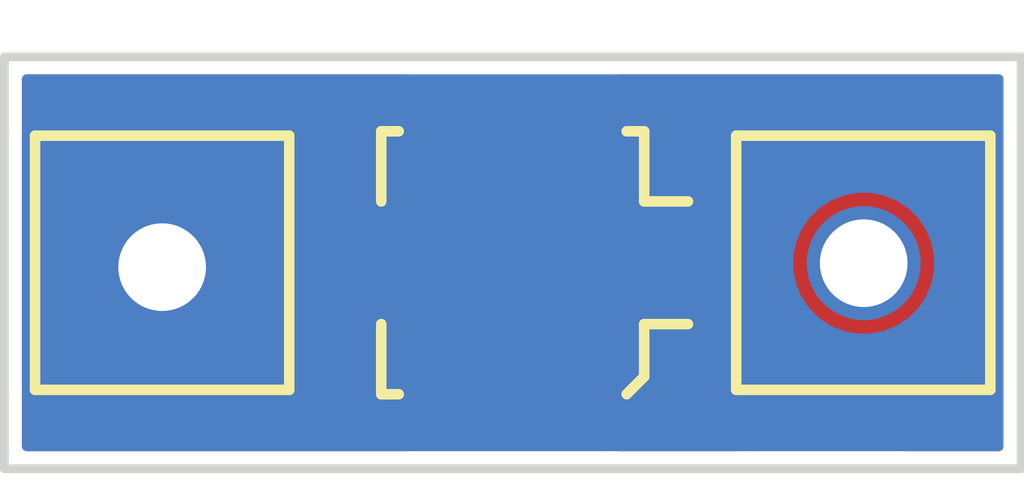
<source format=kicad_pcb>
(kicad_pcb (version 20171130) (host pcbnew "(5.1.5-0-10_14)")

  (general
    (thickness 1.6)
    (drawings 4)
    (tracks 9)
    (zones 0)
    (modules 4)
    (nets 4)
  )

  (page A4)
  (layers
    (0 F.Cu signal)
    (31 B.Cu signal)
    (32 B.Adhes user)
    (33 F.Adhes user)
    (34 B.Paste user)
    (35 F.Paste user)
    (36 B.SilkS user)
    (37 F.SilkS user)
    (38 B.Mask user)
    (39 F.Mask user)
    (40 Dwgs.User user)
    (41 Cmts.User user)
    (42 Eco1.User user)
    (43 Eco2.User user)
    (44 Edge.Cuts user)
    (45 Margin user)
    (46 B.CrtYd user)
    (47 F.CrtYd user)
    (48 B.Fab user hide)
    (49 F.Fab user hide)
  )

  (setup
    (last_trace_width 0.1524)
    (trace_clearance 0.1524)
    (zone_clearance 0.102)
    (zone_45_only no)
    (trace_min 0.1524)
    (via_size 0.65)
    (via_drill 0.3)
    (via_min_size 0.65)
    (via_min_drill 0.3)
    (uvia_size 0.3)
    (uvia_drill 0.1)
    (uvias_allowed no)
    (uvia_min_size 0.2)
    (uvia_min_drill 0.1)
    (edge_width 0.05)
    (segment_width 0.2)
    (pcb_text_width 0.3)
    (pcb_text_size 1.5 1.5)
    (mod_edge_width 0.12)
    (mod_text_size 1 1)
    (mod_text_width 0.15)
    (pad_size 1.524 1.524)
    (pad_drill 0.762)
    (pad_to_mask_clearance 0.051)
    (solder_mask_min_width 0.25)
    (aux_axis_origin 0 0)
    (visible_elements FFFFFF7F)
    (pcbplotparams
      (layerselection 0x010cc_ffffffff)
      (usegerberextensions false)
      (usegerberattributes false)
      (usegerberadvancedattributes false)
      (creategerberjobfile false)
      (excludeedgelayer true)
      (linewidth 0.100000)
      (plotframeref false)
      (viasonmask false)
      (mode 1)
      (useauxorigin false)
      (hpglpennumber 1)
      (hpglpenspeed 20)
      (hpglpendiameter 15.000000)
      (psnegative false)
      (psa4output false)
      (plotreference true)
      (plotvalue true)
      (plotinvisibletext false)
      (padsonsilk false)
      (subtractmaskfromsilk false)
      (outputformat 1)
      (mirror false)
      (drillshape 0)
      (scaleselection 1)
      (outputdirectory "Gerbers/"))
  )

  (net 0 "")
  (net 1 GND)
  (net 2 "Net-(J1-Pad1)")
  (net 3 /SENSE)

  (net_class Default "This is the default net class."
    (clearance 0.1524)
    (trace_width 0.1524)
    (via_dia 0.65)
    (via_drill 0.3)
    (uvia_dia 0.3)
    (uvia_drill 0.1)
    (add_net /SENSE)
    (add_net GND)
    (add_net "Net-(J1-Pad1)")
  )

  (module Connector_Coaxial:U.FL_Molex_MCRF_73412-0110_Vertical (layer F.Cu) (tedit 5A1B5B59) (tstamp 5F1D3A42)
    (at 138 75.55 90)
    (descr "Molex Microcoaxial RF Connectors (MCRF), mates Hirose U.FL, (http://www.molex.com/pdm_docs/sd/734120110_sd.pdf)")
    (tags "mcrf hirose ufl u.fl microcoaxial")
    (path /5F1CDFA5)
    (attr smd)
    (fp_text reference J1 (at 0 3.5 90) (layer F.SilkS) hide
      (effects (font (size 1 1) (thickness 0.15)))
    )
    (fp_text value Conn_Coaxial (at 0 -3.302 90) (layer F.Fab)
      (effects (font (size 1 1) (thickness 0.15)))
    )
    (fp_line (start 0 1) (end 0.3 1.3) (layer F.Fab) (width 0.1))
    (fp_line (start -0.3 1.3) (end 0 1) (layer F.Fab) (width 0.1))
    (fp_line (start 0.7 1.5) (end 0.7 2) (layer F.SilkS) (width 0.12))
    (fp_line (start -0.7 1.5) (end -0.7 2) (layer F.SilkS) (width 0.12))
    (fp_text user %R (at 0 3.5 90) (layer F.Fab)
      (effects (font (size 1 1) (thickness 0.15)))
    )
    (fp_circle (center 0 0) (end 0 0.05) (layer F.Fab) (width 0.1))
    (fp_circle (center 0 0) (end 0 0.125) (layer F.Fab) (width 0.1))
    (fp_line (start -0.7 1.5) (end -1.3 1.5) (layer F.SilkS) (width 0.12))
    (fp_line (start -1.3 1.5) (end -1.5 1.3) (layer F.SilkS) (width 0.12))
    (fp_line (start 1.5 1.3) (end 1.5 1.5) (layer F.SilkS) (width 0.12))
    (fp_line (start 1.5 1.5) (end 0.7 1.5) (layer F.SilkS) (width 0.12))
    (fp_line (start 0.7 -1.5) (end 1.5 -1.5) (layer F.SilkS) (width 0.12))
    (fp_line (start 1.5 -1.5) (end 1.5 -1.3) (layer F.SilkS) (width 0.12))
    (fp_line (start -1.5 -1.3) (end -1.5 -1.5) (layer F.SilkS) (width 0.12))
    (fp_line (start -1.5 -1.5) (end -0.7 -1.5) (layer F.SilkS) (width 0.12))
    (fp_circle (center 0 0) (end 0.9 0) (layer F.Fab) (width 0.1))
    (fp_line (start -1.3 -1.3) (end 1.3 -1.3) (layer F.Fab) (width 0.1))
    (fp_line (start -1.3 -1.3) (end -1.3 1) (layer F.Fab) (width 0.1))
    (fp_line (start -1.3 1) (end -1 1.3) (layer F.Fab) (width 0.1))
    (fp_line (start 1.3 -1.3) (end 1.3 1.3) (layer F.Fab) (width 0.1))
    (fp_line (start -2.5 -2.5) (end -2.5 2.5) (layer F.CrtYd) (width 0.05))
    (fp_line (start -2.5 2.5) (end 2.5 2.5) (layer F.CrtYd) (width 0.05))
    (fp_line (start 2.5 2.5) (end 2.5 -2.5) (layer F.CrtYd) (width 0.05))
    (fp_line (start 2.5 -2.5) (end -2.5 -2.5) (layer F.CrtYd) (width 0.05))
    (fp_line (start -1 1.3) (end 1.3 1.3) (layer F.Fab) (width 0.1))
    (fp_circle (center 0 0) (end 0 0.2) (layer F.Fab) (width 0.1))
    (pad 2 smd rect (at -1.475 0 90) (size 1.05 2.2) (layers F.Cu F.Paste F.Mask)
      (net 1 GND))
    (pad 2 smd rect (at 1.475 0 90) (size 1.05 2.2) (layers F.Cu F.Paste F.Mask)
      (net 1 GND))
    (pad 2 smd rect (at 0 -1.5 90) (size 1 1) (layers F.Cu F.Paste F.Mask)
      (net 1 GND))
    (pad 1 smd rect (at 0 1.5 90) (size 1 1) (layers F.Cu F.Paste F.Mask)
      (net 2 "Net-(J1-Pad1)"))
    (model ${KISYS3DMOD}/Connector_Coaxial.3dshapes/U.FL_Molex_MCRF_73412-0110_Vertical.wrl
      (at (xyz 0 0 0))
      (scale (xyz 1 1 1))
      (rotate (xyz 0 0 90))
    )
    (model ${KISYS3DMOD}/Connector_Coaxial.3dshapes/U.FL_Hirose_U.FL-R-SMT-1_Vertical.step
      (at (xyz 0 0 0))
      (scale (xyz 1 1 1))
      (rotate (xyz 0 0 90))
    )
  )

  (module TestPoint:TestPoint_Pad_2.5x2.5mm (layer F.Cu) (tedit 5A0F774F) (tstamp 5F1D37ED)
    (at 142 75.55)
    (descr "SMD rectangular pad as test Point, square 2.5mm side length")
    (tags "test point SMD pad rectangle square")
    (path /5F1D0605)
    (attr virtual)
    (fp_text reference J2 (at 0 -2.148) (layer F.SilkS) hide
      (effects (font (size 1 1) (thickness 0.15)))
    )
    (fp_text value Conn_01x01_Female (at 0 2.25) (layer F.Fab)
      (effects (font (size 1 1) (thickness 0.15)))
    )
    (fp_text user %R (at 0 -2.15) (layer F.Fab)
      (effects (font (size 1 1) (thickness 0.15)))
    )
    (fp_line (start -1.45 -1.45) (end 1.45 -1.45) (layer F.SilkS) (width 0.12))
    (fp_line (start 1.45 -1.45) (end 1.45 1.45) (layer F.SilkS) (width 0.12))
    (fp_line (start 1.45 1.45) (end -1.45 1.45) (layer F.SilkS) (width 0.12))
    (fp_line (start -1.45 1.45) (end -1.45 -1.45) (layer F.SilkS) (width 0.12))
    (fp_line (start -1.75 -1.75) (end 1.75 -1.75) (layer F.CrtYd) (width 0.05))
    (fp_line (start -1.75 -1.75) (end -1.75 1.75) (layer F.CrtYd) (width 0.05))
    (fp_line (start 1.75 1.75) (end 1.75 -1.75) (layer F.CrtYd) (width 0.05))
    (fp_line (start 1.75 1.75) (end -1.75 1.75) (layer F.CrtYd) (width 0.05))
    (pad 1 smd rect (at 0 0) (size 2.5 2.5) (layers F.Cu F.Mask)
      (net 3 /SENSE))
  )

  (module TestPoint:TestPoint_Pad_2.5x2.5mm (layer F.Cu) (tedit 5A0F774F) (tstamp 5F1D37FB)
    (at 134 75.55)
    (descr "SMD rectangular pad as test Point, square 2.5mm side length")
    (tags "test point SMD pad rectangle square")
    (path /5F1D0B9A)
    (attr virtual)
    (fp_text reference J3 (at 0 -2.148) (layer F.SilkS) hide
      (effects (font (size 1 1) (thickness 0.15)))
    )
    (fp_text value Conn_01x01_Female (at 0 2.25) (layer F.Fab)
      (effects (font (size 1 1) (thickness 0.15)))
    )
    (fp_line (start 1.75 1.75) (end -1.75 1.75) (layer F.CrtYd) (width 0.05))
    (fp_line (start 1.75 1.75) (end 1.75 -1.75) (layer F.CrtYd) (width 0.05))
    (fp_line (start -1.75 -1.75) (end -1.75 1.75) (layer F.CrtYd) (width 0.05))
    (fp_line (start -1.75 -1.75) (end 1.75 -1.75) (layer F.CrtYd) (width 0.05))
    (fp_line (start -1.45 1.45) (end -1.45 -1.45) (layer F.SilkS) (width 0.12))
    (fp_line (start 1.45 1.45) (end -1.45 1.45) (layer F.SilkS) (width 0.12))
    (fp_line (start 1.45 -1.45) (end 1.45 1.45) (layer F.SilkS) (width 0.12))
    (fp_line (start -1.45 -1.45) (end 1.45 -1.45) (layer F.SilkS) (width 0.12))
    (fp_text user %R (at 0 -2.15) (layer F.Fab)
      (effects (font (size 1 1) (thickness 0.15)))
    )
    (pad 1 smd rect (at 0 0) (size 2.5 2.5) (layers F.Cu F.Mask)
      (net 1 GND))
  )

  (module Resistor_SMD:R_0402_1005Metric (layer F.Cu) (tedit 5B301BBD) (tstamp 5F1D3BA1)
    (at 141.52 77.34 180)
    (descr "Resistor SMD 0402 (1005 Metric), square (rectangular) end terminal, IPC_7351 nominal, (Body size source: http://www.tortai-tech.com/upload/download/2011102023233369053.pdf), generated with kicad-footprint-generator")
    (tags resistor)
    (path /5F1CFCE9)
    (attr smd)
    (fp_text reference R1 (at 0 -1.17) (layer F.SilkS) hide
      (effects (font (size 1 1) (thickness 0.15)))
    )
    (fp_text value 0 (at 0 1.17) (layer F.Fab)
      (effects (font (size 1 1) (thickness 0.15)))
    )
    (fp_line (start -0.5 0.25) (end -0.5 -0.25) (layer F.Fab) (width 0.1))
    (fp_line (start -0.5 -0.25) (end 0.5 -0.25) (layer F.Fab) (width 0.1))
    (fp_line (start 0.5 -0.25) (end 0.5 0.25) (layer F.Fab) (width 0.1))
    (fp_line (start 0.5 0.25) (end -0.5 0.25) (layer F.Fab) (width 0.1))
    (fp_line (start -0.93 0.47) (end -0.93 -0.47) (layer F.CrtYd) (width 0.05))
    (fp_line (start -0.93 -0.47) (end 0.93 -0.47) (layer F.CrtYd) (width 0.05))
    (fp_line (start 0.93 -0.47) (end 0.93 0.47) (layer F.CrtYd) (width 0.05))
    (fp_line (start 0.93 0.47) (end -0.93 0.47) (layer F.CrtYd) (width 0.05))
    (fp_text user %R (at 0 0) (layer F.Fab)
      (effects (font (size 0.25 0.25) (thickness 0.04)))
    )
    (pad 1 smd roundrect (at -0.485 0 180) (size 0.59 0.64) (layers F.Cu F.Paste F.Mask) (roundrect_rratio 0.25)
      (net 3 /SENSE))
    (pad 2 smd roundrect (at 0.485 0 180) (size 0.59 0.64) (layers F.Cu F.Paste F.Mask) (roundrect_rratio 0.25)
      (net 2 "Net-(J1-Pad1)"))
    (model ${KISYS3DMOD}/Resistor_SMD.3dshapes/R_0402_1005Metric.wrl
      (at (xyz 0 0 0))
      (scale (xyz 1 1 1))
      (rotate (xyz 0 0 0))
    )
  )

  (gr_line (start 143.8 73.2) (end 143.8 77.9) (layer Edge.Cuts) (width 0.1))
  (gr_line (start 132.2 73.2) (end 143.8 73.2) (layer Edge.Cuts) (width 0.1))
  (gr_line (start 132.2 77.9) (end 132.2 73.2) (layer Edge.Cuts) (width 0.1))
  (gr_line (start 143.8 77.9) (end 132.2 77.9) (layer Edge.Cuts) (width 0.1))

  (via (at 134 75.6) (size 1.3) (drill 1) (layers F.Cu B.Cu) (net 1))
  (segment (start 134 75.55) (end 134 75.6) (width 0.1524) (layer F.Cu) (net 1))
  (segment (start 139.5 76.2024) (end 139.8 76.5024) (width 0.1524) (layer F.Cu) (net 2))
  (segment (start 139.5 75.55) (end 139.5 76.2024) (width 0.1524) (layer F.Cu) (net 2))
  (segment (start 139.8 76.5024) (end 139.8 77) (width 0.1524) (layer F.Cu) (net 2))
  (segment (start 140.14 77.34) (end 141.035 77.34) (width 0.1524) (layer F.Cu) (net 2))
  (segment (start 139.8 77) (end 140.14 77.34) (width 0.1524) (layer F.Cu) (net 2))
  (segment (start 142.005 77.34) (end 142.005 75.555) (width 0.1524) (layer F.Cu) (net 3))
  (via (at 142.005 75.555) (size 1.3) (drill 1) (layers F.Cu B.Cu) (net 3))

  (zone (net 1) (net_name GND) (layer F.Cu) (tstamp 5F267AF0) (hatch edge 0.508)
    (connect_pads (clearance 0.102))
    (min_thickness 0.102)
    (fill yes (arc_segments 32) (thermal_gap 0.102) (thermal_bridge_width 0.104))
    (polygon
      (pts
        (xy 143.6 77.7) (xy 132.4 77.7) (xy 132.4 73.4) (xy 143.6 73.4)
      )
    )
    (filled_polygon
      (pts
        (xy 136.77217 73.464587) (xy 136.757963 73.491166) (xy 136.749214 73.520007) (xy 136.74626 73.55) (xy 136.747 74.03575)
        (xy 136.78525 74.074) (xy 137.999 74.074) (xy 137.999 74.054) (xy 138.001 74.054) (xy 138.001 74.074)
        (xy 139.21475 74.074) (xy 139.253 74.03575) (xy 139.25374 73.55) (xy 139.250786 73.520007) (xy 139.242037 73.491166)
        (xy 139.22783 73.464587) (xy 139.21668 73.451) (xy 143.549 73.451) (xy 143.549 77.649) (xy 142.476615 77.649)
        (xy 142.477598 77.64716) (xy 142.497623 77.581149) (xy 142.504384 77.5125) (xy 142.504384 77.1675) (xy 142.497623 77.098851)
        (xy 142.477598 77.03284) (xy 142.462388 77.004384) (xy 143.25 77.004384) (xy 143.289873 77.000457) (xy 143.328214 76.988826)
        (xy 143.36355 76.969939) (xy 143.394521 76.944521) (xy 143.419939 76.91355) (xy 143.438826 76.878214) (xy 143.450457 76.839873)
        (xy 143.454384 76.8) (xy 143.454384 74.3) (xy 143.450457 74.260127) (xy 143.438826 74.221786) (xy 143.419939 74.18645)
        (xy 143.394521 74.155479) (xy 143.36355 74.130061) (xy 143.328214 74.111174) (xy 143.289873 74.099543) (xy 143.25 74.095616)
        (xy 140.75 74.095616) (xy 140.710127 74.099543) (xy 140.671786 74.111174) (xy 140.63645 74.130061) (xy 140.605479 74.155479)
        (xy 140.580061 74.18645) (xy 140.561174 74.221786) (xy 140.549543 74.260127) (xy 140.545616 74.3) (xy 140.545616 76.8)
        (xy 140.549543 76.839873) (xy 140.561174 76.878214) (xy 140.580061 76.91355) (xy 140.605479 76.944521) (xy 140.612646 76.950403)
        (xy 140.594919 76.972004) (xy 140.562402 77.03284) (xy 140.554041 77.0604) (xy 140.255814 77.0604) (xy 140.0796 76.884187)
        (xy 140.0796 76.516117) (xy 140.080951 76.502399) (xy 140.0796 76.488681) (xy 140.0796 76.488672) (xy 140.075554 76.447589)
        (xy 140.059566 76.394884) (xy 140.033603 76.346311) (xy 139.998663 76.303737) (xy 139.988 76.294986) (xy 139.947398 76.254384)
        (xy 140 76.254384) (xy 140.039873 76.250457) (xy 140.078214 76.238826) (xy 140.11355 76.219939) (xy 140.144521 76.194521)
        (xy 140.169939 76.16355) (xy 140.188826 76.128214) (xy 140.200457 76.089873) (xy 140.204384 76.05) (xy 140.204384 75.05)
        (xy 140.200457 75.010127) (xy 140.188826 74.971786) (xy 140.169939 74.93645) (xy 140.144521 74.905479) (xy 140.11355 74.880061)
        (xy 140.078214 74.861174) (xy 140.039873 74.849543) (xy 140 74.845616) (xy 139 74.845616) (xy 138.960127 74.849543)
        (xy 138.921786 74.861174) (xy 138.88645 74.880061) (xy 138.855479 74.905479) (xy 138.830061 74.93645) (xy 138.811174 74.971786)
        (xy 138.799543 75.010127) (xy 138.795616 75.05) (xy 138.795616 76.05) (xy 138.799543 76.089873) (xy 138.811174 76.128214)
        (xy 138.830061 76.16355) (xy 138.855479 76.194521) (xy 138.88645 76.219939) (xy 138.921786 76.238826) (xy 138.960127 76.250457)
        (xy 139 76.254384) (xy 139.224169 76.254384) (xy 139.224447 76.25721) (xy 139.240434 76.309915) (xy 139.266397 76.358488)
        (xy 139.266398 76.358489) (xy 139.301338 76.401063) (xy 139.312001 76.409814) (xy 139.5204 76.618214) (xy 139.520401 76.986273)
        (xy 139.519049 77) (xy 139.520401 77.013728) (xy 139.524447 77.054811) (xy 139.52731 77.06425) (xy 139.540434 77.107515)
        (xy 139.564212 77.152) (xy 139.566398 77.156089) (xy 139.601338 77.198663) (xy 139.612001 77.207414) (xy 139.932586 77.528)
        (xy 139.941337 77.538663) (xy 139.952 77.547414) (xy 139.983911 77.573603) (xy 140.032484 77.599566) (xy 140.085189 77.615554)
        (xy 140.14 77.620952) (xy 140.153728 77.6196) (xy 140.554041 77.6196) (xy 140.562402 77.64716) (xy 140.563385 77.649)
        (xy 139.21668 77.649) (xy 139.22783 77.635413) (xy 139.242037 77.608834) (xy 139.250786 77.579993) (xy 139.25374 77.55)
        (xy 139.253 77.06425) (xy 139.21475 77.026) (xy 138.001 77.026) (xy 138.001 77.046) (xy 137.999 77.046)
        (xy 137.999 77.026) (xy 136.78525 77.026) (xy 136.747 77.06425) (xy 136.74626 77.55) (xy 136.749214 77.579993)
        (xy 136.757963 77.608834) (xy 136.77217 77.635413) (xy 136.78332 77.649) (xy 132.451 77.649) (xy 132.451 76.8)
        (xy 132.59626 76.8) (xy 132.599214 76.829993) (xy 132.607963 76.858834) (xy 132.62217 76.885413) (xy 132.641289 76.908711)
        (xy 132.664587 76.92783) (xy 132.691166 76.942037) (xy 132.720007 76.950786) (xy 132.75 76.95374) (xy 133.96075 76.953)
        (xy 133.999 76.91475) (xy 133.999 75.551) (xy 134.001 75.551) (xy 134.001 76.91475) (xy 134.03925 76.953)
        (xy 135.25 76.95374) (xy 135.279993 76.950786) (xy 135.308834 76.942037) (xy 135.335413 76.92783) (xy 135.358711 76.908711)
        (xy 135.37783 76.885413) (xy 135.392037 76.858834) (xy 135.400786 76.829993) (xy 135.40374 76.8) (xy 135.403557 76.5)
        (xy 136.74626 76.5) (xy 136.747 76.98575) (xy 136.78525 77.024) (xy 137.999 77.024) (xy 137.999 76.38525)
        (xy 138.001 76.38525) (xy 138.001 77.024) (xy 139.21475 77.024) (xy 139.253 76.98575) (xy 139.25374 76.5)
        (xy 139.250786 76.470007) (xy 139.242037 76.441166) (xy 139.22783 76.414587) (xy 139.208711 76.391289) (xy 139.185413 76.37217)
        (xy 139.158834 76.357963) (xy 139.129993 76.349214) (xy 139.1 76.34626) (xy 138.03925 76.347) (xy 138.001 76.38525)
        (xy 137.999 76.38525) (xy 137.96075 76.347) (xy 136.9 76.34626) (xy 136.870007 76.349214) (xy 136.841166 76.357963)
        (xy 136.814587 76.37217) (xy 136.791289 76.391289) (xy 136.77217 76.414587) (xy 136.757963 76.441166) (xy 136.749214 76.470007)
        (xy 136.74626 76.5) (xy 135.403557 76.5) (xy 135.403282 76.05) (xy 135.84626 76.05) (xy 135.849214 76.079993)
        (xy 135.857963 76.108834) (xy 135.87217 76.135413) (xy 135.891289 76.158711) (xy 135.914587 76.17783) (xy 135.941166 76.192037)
        (xy 135.970007 76.200786) (xy 136 76.20374) (xy 136.46075 76.203) (xy 136.499 76.16475) (xy 136.499 75.551)
        (xy 136.501 75.551) (xy 136.501 76.16475) (xy 136.53925 76.203) (xy 137 76.20374) (xy 137.029993 76.200786)
        (xy 137.058834 76.192037) (xy 137.085413 76.17783) (xy 137.108711 76.158711) (xy 137.12783 76.135413) (xy 137.142037 76.108834)
        (xy 137.150786 76.079993) (xy 137.15374 76.05) (xy 137.153 75.58925) (xy 137.11475 75.551) (xy 136.501 75.551)
        (xy 136.499 75.551) (xy 135.88525 75.551) (xy 135.847 75.58925) (xy 135.84626 76.05) (xy 135.403282 76.05)
        (xy 135.403 75.58925) (xy 135.36475 75.551) (xy 134.001 75.551) (xy 133.999 75.551) (xy 132.63525 75.551)
        (xy 132.597 75.58925) (xy 132.59626 76.8) (xy 132.451 76.8) (xy 132.451 74.3) (xy 132.59626 74.3)
        (xy 132.597 75.51075) (xy 132.63525 75.549) (xy 133.999 75.549) (xy 133.999 74.18525) (xy 134.001 74.18525)
        (xy 134.001 75.549) (xy 135.36475 75.549) (xy 135.403 75.51075) (xy 135.403281 75.05) (xy 135.84626 75.05)
        (xy 135.847 75.51075) (xy 135.88525 75.549) (xy 136.499 75.549) (xy 136.499 74.93525) (xy 136.501 74.93525)
        (xy 136.501 75.549) (xy 137.11475 75.549) (xy 137.153 75.51075) (xy 137.15374 75.05) (xy 137.150786 75.020007)
        (xy 137.142037 74.991166) (xy 137.12783 74.964587) (xy 137.108711 74.941289) (xy 137.085413 74.92217) (xy 137.058834 74.907963)
        (xy 137.029993 74.899214) (xy 137 74.89626) (xy 136.53925 74.897) (xy 136.501 74.93525) (xy 136.499 74.93525)
        (xy 136.46075 74.897) (xy 136 74.89626) (xy 135.970007 74.899214) (xy 135.941166 74.907963) (xy 135.914587 74.92217)
        (xy 135.891289 74.941289) (xy 135.87217 74.964587) (xy 135.857963 74.991166) (xy 135.849214 75.020007) (xy 135.84626 75.05)
        (xy 135.403281 75.05) (xy 135.403556 74.6) (xy 136.74626 74.6) (xy 136.749214 74.629993) (xy 136.757963 74.658834)
        (xy 136.77217 74.685413) (xy 136.791289 74.708711) (xy 136.814587 74.72783) (xy 136.841166 74.742037) (xy 136.870007 74.750786)
        (xy 136.9 74.75374) (xy 137.96075 74.753) (xy 137.999 74.71475) (xy 137.999 74.076) (xy 138.001 74.076)
        (xy 138.001 74.71475) (xy 138.03925 74.753) (xy 139.1 74.75374) (xy 139.129993 74.750786) (xy 139.158834 74.742037)
        (xy 139.185413 74.72783) (xy 139.208711 74.708711) (xy 139.22783 74.685413) (xy 139.242037 74.658834) (xy 139.250786 74.629993)
        (xy 139.25374 74.6) (xy 139.253 74.11425) (xy 139.21475 74.076) (xy 138.001 74.076) (xy 137.999 74.076)
        (xy 136.78525 74.076) (xy 136.747 74.11425) (xy 136.74626 74.6) (xy 135.403556 74.6) (xy 135.40374 74.3)
        (xy 135.400786 74.270007) (xy 135.392037 74.241166) (xy 135.37783 74.214587) (xy 135.358711 74.191289) (xy 135.335413 74.17217)
        (xy 135.308834 74.157963) (xy 135.279993 74.149214) (xy 135.25 74.14626) (xy 134.03925 74.147) (xy 134.001 74.18525)
        (xy 133.999 74.18525) (xy 133.96075 74.147) (xy 132.75 74.14626) (xy 132.720007 74.149214) (xy 132.691166 74.157963)
        (xy 132.664587 74.17217) (xy 132.641289 74.191289) (xy 132.62217 74.214587) (xy 132.607963 74.241166) (xy 132.599214 74.270007)
        (xy 132.59626 74.3) (xy 132.451 74.3) (xy 132.451 73.451) (xy 136.78332 73.451)
      )
    )
  )
  (zone (net 1) (net_name GND) (layer B.Cu) (tstamp 5F267AED) (hatch edge 0.508)
    (connect_pads (clearance 0.102))
    (min_thickness 0.102)
    (fill yes (arc_segments 32) (thermal_gap 0.102) (thermal_bridge_width 0.104))
    (polygon
      (pts
        (xy 143.6 77.7) (xy 132.4 77.7) (xy 132.4 73.4) (xy 143.6 73.4)
      )
    )
    (filled_polygon
      (pts
        (xy 143.549 77.649) (xy 132.451 77.649) (xy 132.451 75.470947) (xy 141.1516 75.470947) (xy 141.1516 75.639053)
        (xy 141.184396 75.803928) (xy 141.248727 75.959236) (xy 141.342121 76.099011) (xy 141.460989 76.217879) (xy 141.600764 76.311273)
        (xy 141.756072 76.375604) (xy 141.920947 76.4084) (xy 142.089053 76.4084) (xy 142.253928 76.375604) (xy 142.409236 76.311273)
        (xy 142.549011 76.217879) (xy 142.667879 76.099011) (xy 142.761273 75.959236) (xy 142.825604 75.803928) (xy 142.8584 75.639053)
        (xy 142.8584 75.470947) (xy 142.825604 75.306072) (xy 142.761273 75.150764) (xy 142.667879 75.010989) (xy 142.549011 74.892121)
        (xy 142.409236 74.798727) (xy 142.253928 74.734396) (xy 142.089053 74.7016) (xy 141.920947 74.7016) (xy 141.756072 74.734396)
        (xy 141.600764 74.798727) (xy 141.460989 74.892121) (xy 141.342121 75.010989) (xy 141.248727 75.150764) (xy 141.184396 75.306072)
        (xy 141.1516 75.470947) (xy 132.451 75.470947) (xy 132.451 73.451) (xy 143.549 73.451)
      )
    )
  )
)

</source>
